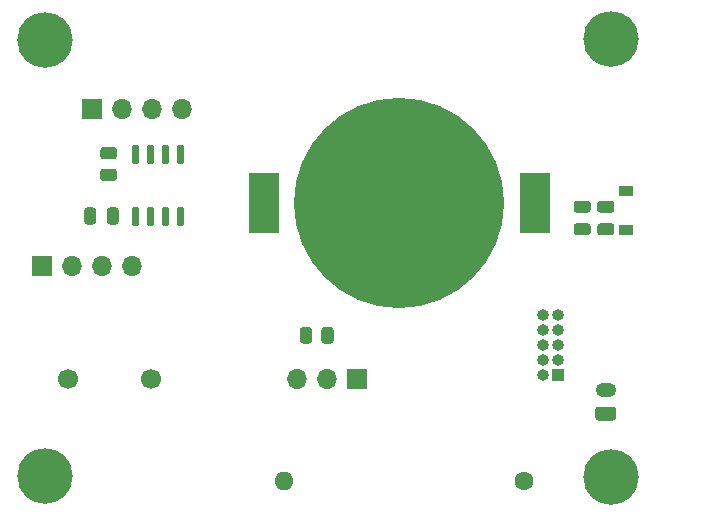
<source format=gbr>
%TF.GenerationSoftware,KiCad,Pcbnew,5.1.10-88a1d61d58~90~ubuntu20.04.1*%
%TF.CreationDate,2021-11-15T19:50:34+00:00*%
%TF.ProjectId,daughter_board,64617567-6874-4657-925f-626f6172642e,rev?*%
%TF.SameCoordinates,Original*%
%TF.FileFunction,Soldermask,Bot*%
%TF.FilePolarity,Negative*%
%FSLAX46Y46*%
G04 Gerber Fmt 4.6, Leading zero omitted, Abs format (unit mm)*
G04 Created by KiCad (PCBNEW 5.1.10-88a1d61d58~90~ubuntu20.04.1) date 2021-11-15 19:50:34*
%MOMM*%
%LPD*%
G01*
G04 APERTURE LIST*
%ADD10O,1.700000X1.700000*%
%ADD11R,1.700000X1.700000*%
%ADD12C,1.700000*%
%ADD13O,1.750000X1.200000*%
%ADD14O,1.600000X1.600000*%
%ADD15C,1.600000*%
%ADD16C,4.700000*%
%ADD17R,2.500000X5.100000*%
%ADD18C,17.800000*%
%ADD19R,1.219200X0.914400*%
%ADD20O,1.000000X1.000000*%
%ADD21R,1.000000X1.000000*%
G04 APERTURE END LIST*
D10*
%TO.C,AHT10*%
X113420000Y-113200000D03*
X110880000Y-113200000D03*
X108340000Y-113200000D03*
D11*
X105800000Y-113200000D03*
%TD*%
D12*
%TO.C,J2*%
X108000000Y-122840000D03*
X115000000Y-122840000D03*
%TD*%
D13*
%TO.C,J5*%
X153490000Y-123730000D03*
G36*
G01*
X154115001Y-126330000D02*
X152864999Y-126330000D01*
G75*
G02*
X152615000Y-126080001I0J249999D01*
G01*
X152615000Y-125379999D01*
G75*
G02*
X152864999Y-125130000I249999J0D01*
G01*
X154115001Y-125130000D01*
G75*
G02*
X154365000Y-125379999I0J-249999D01*
G01*
X154365000Y-126080001D01*
G75*
G02*
X154115001Y-126330000I-249999J0D01*
G01*
G37*
%TD*%
D14*
%TO.C,SW3*%
X126240000Y-131420000D03*
D15*
X146560000Y-131420000D03*
%TD*%
D16*
%TO.C,H4*%
X153970000Y-131090000D03*
%TD*%
%TO.C,H3*%
X106000000Y-131000000D03*
%TD*%
%TO.C,H2*%
X153980000Y-94050000D03*
%TD*%
%TO.C,H1*%
X106000000Y-94070000D03*
%TD*%
D10*
%TO.C,J4*%
X127320000Y-122800000D03*
X129860000Y-122800000D03*
D11*
X132400000Y-122800000D03*
%TD*%
%TO.C,C4*%
G36*
G01*
X153975000Y-108725000D02*
X153025000Y-108725000D01*
G75*
G02*
X152775000Y-108475000I0J250000D01*
G01*
X152775000Y-107975000D01*
G75*
G02*
X153025000Y-107725000I250000J0D01*
G01*
X153975000Y-107725000D01*
G75*
G02*
X154225000Y-107975000I0J-250000D01*
G01*
X154225000Y-108475000D01*
G75*
G02*
X153975000Y-108725000I-250000J0D01*
G01*
G37*
G36*
G01*
X153975000Y-110625000D02*
X153025000Y-110625000D01*
G75*
G02*
X152775000Y-110375000I0J250000D01*
G01*
X152775000Y-109875000D01*
G75*
G02*
X153025000Y-109625000I250000J0D01*
G01*
X153975000Y-109625000D01*
G75*
G02*
X154225000Y-109875000I0J-250000D01*
G01*
X154225000Y-110375000D01*
G75*
G02*
X153975000Y-110625000I-250000J0D01*
G01*
G37*
%TD*%
%TO.C,C1*%
G36*
G01*
X110350000Y-108525000D02*
X110350000Y-109475000D01*
G75*
G02*
X110100000Y-109725000I-250000J0D01*
G01*
X109600000Y-109725000D01*
G75*
G02*
X109350000Y-109475000I0J250000D01*
G01*
X109350000Y-108525000D01*
G75*
G02*
X109600000Y-108275000I250000J0D01*
G01*
X110100000Y-108275000D01*
G75*
G02*
X110350000Y-108525000I0J-250000D01*
G01*
G37*
G36*
G01*
X112250000Y-108525000D02*
X112250000Y-109475000D01*
G75*
G02*
X112000000Y-109725000I-250000J0D01*
G01*
X111500000Y-109725000D01*
G75*
G02*
X111250000Y-109475000I0J250000D01*
G01*
X111250000Y-108525000D01*
G75*
G02*
X111500000Y-108275000I250000J0D01*
G01*
X112000000Y-108275000D01*
G75*
G02*
X112250000Y-108525000I0J-250000D01*
G01*
G37*
%TD*%
D17*
%TO.C,BT1*%
X124575000Y-107925000D03*
X147475000Y-107925000D03*
D18*
X136025000Y-107925000D03*
%TD*%
%TO.C,C6*%
G36*
G01*
X151975000Y-108725000D02*
X151025000Y-108725000D01*
G75*
G02*
X150775000Y-108475000I0J250000D01*
G01*
X150775000Y-107975000D01*
G75*
G02*
X151025000Y-107725000I250000J0D01*
G01*
X151975000Y-107725000D01*
G75*
G02*
X152225000Y-107975000I0J-250000D01*
G01*
X152225000Y-108475000D01*
G75*
G02*
X151975000Y-108725000I-250000J0D01*
G01*
G37*
G36*
G01*
X151975000Y-110625000D02*
X151025000Y-110625000D01*
G75*
G02*
X150775000Y-110375000I0J250000D01*
G01*
X150775000Y-109875000D01*
G75*
G02*
X151025000Y-109625000I250000J0D01*
G01*
X151975000Y-109625000D01*
G75*
G02*
X152225000Y-109875000I0J-250000D01*
G01*
X152225000Y-110375000D01*
G75*
G02*
X151975000Y-110625000I-250000J0D01*
G01*
G37*
%TD*%
%TO.C,U1*%
G36*
G01*
X113545000Y-108200000D02*
X113845000Y-108200000D01*
G75*
G02*
X113995000Y-108350000I0J-150000D01*
G01*
X113995000Y-109700000D01*
G75*
G02*
X113845000Y-109850000I-150000J0D01*
G01*
X113545000Y-109850000D01*
G75*
G02*
X113395000Y-109700000I0J150000D01*
G01*
X113395000Y-108350000D01*
G75*
G02*
X113545000Y-108200000I150000J0D01*
G01*
G37*
G36*
G01*
X114815000Y-108200000D02*
X115115000Y-108200000D01*
G75*
G02*
X115265000Y-108350000I0J-150000D01*
G01*
X115265000Y-109700000D01*
G75*
G02*
X115115000Y-109850000I-150000J0D01*
G01*
X114815000Y-109850000D01*
G75*
G02*
X114665000Y-109700000I0J150000D01*
G01*
X114665000Y-108350000D01*
G75*
G02*
X114815000Y-108200000I150000J0D01*
G01*
G37*
G36*
G01*
X116085000Y-108200000D02*
X116385000Y-108200000D01*
G75*
G02*
X116535000Y-108350000I0J-150000D01*
G01*
X116535000Y-109700000D01*
G75*
G02*
X116385000Y-109850000I-150000J0D01*
G01*
X116085000Y-109850000D01*
G75*
G02*
X115935000Y-109700000I0J150000D01*
G01*
X115935000Y-108350000D01*
G75*
G02*
X116085000Y-108200000I150000J0D01*
G01*
G37*
G36*
G01*
X117355000Y-108200000D02*
X117655000Y-108200000D01*
G75*
G02*
X117805000Y-108350000I0J-150000D01*
G01*
X117805000Y-109700000D01*
G75*
G02*
X117655000Y-109850000I-150000J0D01*
G01*
X117355000Y-109850000D01*
G75*
G02*
X117205000Y-109700000I0J150000D01*
G01*
X117205000Y-108350000D01*
G75*
G02*
X117355000Y-108200000I150000J0D01*
G01*
G37*
G36*
G01*
X117355000Y-102950000D02*
X117655000Y-102950000D01*
G75*
G02*
X117805000Y-103100000I0J-150000D01*
G01*
X117805000Y-104450000D01*
G75*
G02*
X117655000Y-104600000I-150000J0D01*
G01*
X117355000Y-104600000D01*
G75*
G02*
X117205000Y-104450000I0J150000D01*
G01*
X117205000Y-103100000D01*
G75*
G02*
X117355000Y-102950000I150000J0D01*
G01*
G37*
G36*
G01*
X116085000Y-102950000D02*
X116385000Y-102950000D01*
G75*
G02*
X116535000Y-103100000I0J-150000D01*
G01*
X116535000Y-104450000D01*
G75*
G02*
X116385000Y-104600000I-150000J0D01*
G01*
X116085000Y-104600000D01*
G75*
G02*
X115935000Y-104450000I0J150000D01*
G01*
X115935000Y-103100000D01*
G75*
G02*
X116085000Y-102950000I150000J0D01*
G01*
G37*
G36*
G01*
X114815000Y-102950000D02*
X115115000Y-102950000D01*
G75*
G02*
X115265000Y-103100000I0J-150000D01*
G01*
X115265000Y-104450000D01*
G75*
G02*
X115115000Y-104600000I-150000J0D01*
G01*
X114815000Y-104600000D01*
G75*
G02*
X114665000Y-104450000I0J150000D01*
G01*
X114665000Y-103100000D01*
G75*
G02*
X114815000Y-102950000I150000J0D01*
G01*
G37*
G36*
G01*
X113545000Y-102950000D02*
X113845000Y-102950000D01*
G75*
G02*
X113995000Y-103100000I0J-150000D01*
G01*
X113995000Y-104450000D01*
G75*
G02*
X113845000Y-104600000I-150000J0D01*
G01*
X113545000Y-104600000D01*
G75*
G02*
X113395000Y-104450000I0J150000D01*
G01*
X113395000Y-103100000D01*
G75*
G02*
X113545000Y-102950000I150000J0D01*
G01*
G37*
%TD*%
D19*
%TO.C,D5*%
X155250000Y-110188300D03*
X155250000Y-106911700D03*
%TD*%
D20*
%TO.C,J3*%
X148210000Y-117420000D03*
X149480000Y-117420000D03*
X148210000Y-118690000D03*
X149480000Y-118690000D03*
X148210000Y-119960000D03*
X149480000Y-119960000D03*
X148210000Y-121230000D03*
X149480000Y-121230000D03*
X148210000Y-122500000D03*
D21*
X149480000Y-122500000D03*
%TD*%
%TO.C,R3*%
G36*
G01*
X111850002Y-104200000D02*
X110949998Y-104200000D01*
G75*
G02*
X110700000Y-103950002I0J249998D01*
G01*
X110700000Y-103424998D01*
G75*
G02*
X110949998Y-103175000I249998J0D01*
G01*
X111850002Y-103175000D01*
G75*
G02*
X112100000Y-103424998I0J-249998D01*
G01*
X112100000Y-103950002D01*
G75*
G02*
X111850002Y-104200000I-249998J0D01*
G01*
G37*
G36*
G01*
X111850002Y-106025000D02*
X110949998Y-106025000D01*
G75*
G02*
X110700000Y-105775002I0J249998D01*
G01*
X110700000Y-105249998D01*
G75*
G02*
X110949998Y-105000000I249998J0D01*
G01*
X111850002Y-105000000D01*
G75*
G02*
X112100000Y-105249998I0J-249998D01*
G01*
X112100000Y-105775002D01*
G75*
G02*
X111850002Y-106025000I-249998J0D01*
G01*
G37*
%TD*%
%TO.C,R2*%
G36*
G01*
X128625000Y-118649998D02*
X128625000Y-119550002D01*
G75*
G02*
X128375002Y-119800000I-249998J0D01*
G01*
X127849998Y-119800000D01*
G75*
G02*
X127600000Y-119550002I0J249998D01*
G01*
X127600000Y-118649998D01*
G75*
G02*
X127849998Y-118400000I249998J0D01*
G01*
X128375002Y-118400000D01*
G75*
G02*
X128625000Y-118649998I0J-249998D01*
G01*
G37*
G36*
G01*
X130450000Y-118649998D02*
X130450000Y-119550002D01*
G75*
G02*
X130200002Y-119800000I-249998J0D01*
G01*
X129674998Y-119800000D01*
G75*
G02*
X129425000Y-119550002I0J249998D01*
G01*
X129425000Y-118649998D01*
G75*
G02*
X129674998Y-118400000I249998J0D01*
G01*
X130200002Y-118400000D01*
G75*
G02*
X130450000Y-118649998I0J-249998D01*
G01*
G37*
%TD*%
D10*
%TO.C,J1*%
X117645000Y-99900000D03*
X115105000Y-99900000D03*
X112565000Y-99900000D03*
D11*
X110025000Y-99900000D03*
%TD*%
M02*

</source>
